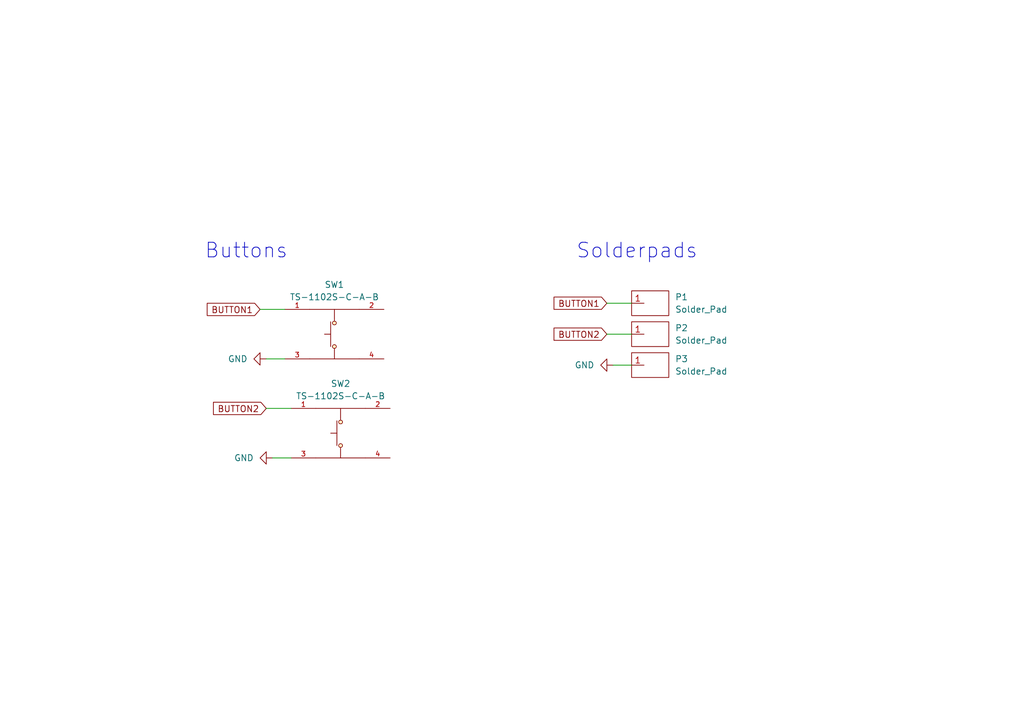
<source format=kicad_sch>
(kicad_sch (version 20211123) (generator eeschema)
  (paper "A5")
  (lib_symbols
    (symbol "MyParts:Solder_Pad"
      (property "Reference" "P" (at 0 3.81 0))
      (property "Value" "Solder_Pad" (at 0 -2.54 0))
      (symbol "Solder_Pad_0_1"
        (rectangle (start 0 2.54) (end 7.62 -2.54) (stroke (width 0.1524)))
      )
      (symbol "Solder_Pad_1_1"
        (pin bidirectional line (at 0 0 0) (length 2.54) (name "") (number "1"))
      )
    )
    (symbol "MyParts:TS-1102S-C-A-B" (pin_names hide)
      (property "Reference" "SW" (at 0 11.43 0))
      (property "Value" "TS-1102S-C-A-B" (at 0 8.89 0))
      (symbol "TS-1102S-C-A-B_0_0"
        (circle (center 0 -2.54) (radius 0.381) (fill (type background)))
        (polyline (pts (xy -5.08 -5.08) (xy 5.08 -5.08)))
        (polyline (pts (xy -5.08 5.08) (xy 5.08 5.08)))
        (polyline (pts (xy -2.032 0) (xy -0.762 0)))
        (polyline (pts (xy -0.762 2.54) (xy -0.762 -2.54)))
        (polyline (pts (xy 0 -5.08) (xy 0 -3.048)))
        (polyline (pts (xy 0 5.08) (xy 0 2.794)))
        (circle (center 0 2.286) (radius 0.381) (fill (type background)))
        (pin unspecified line (at -10.16 5.08 0) (length 5.08) (name "1") (number "1"))
        (pin unspecified line (at 10.16 5.08 180) (length 5.08) (name "2") (number "2"))
        (pin unspecified line (at -10.16 -5.08 0) (length 5.08) (name "3") (number "3"))
        (pin unspecified line (at 10.16 -5.08 180) (length 5.08) (name "4") (number "4"))
      )
    )
    (symbol "power:GND" (power) (pin_names (offset 0))
      (property "Value" "GND" (at 0 -3.81 0))
      (symbol "GND_0_1"
        (polyline (pts (xy 0 0) (xy 0 -1.27) (xy 1.27 -1.27) (xy 0 -2.54) (xy -1.27 -1.27) (xy 0 -1.27)))
      )
      (symbol "GND_1_1"
        (pin power_in line (at 0 0 270) (length 0) hide (name "GND") (number "1"))
      )
    )
  )
  (wire (pts (xy 125.73 74.93) (xy 129.54 74.93)))
  (wire (pts (xy 124.46 62.23) (xy 129.54 62.23)))
  (wire (pts (xy 54.61 73.66) (xy 58.42 73.66)))
  (wire (pts (xy 53.34 63.5) (xy 58.42 63.5)))
  (wire (pts (xy 54.61 83.82) (xy 59.69 83.82)))
  (wire (pts (xy 55.88 93.98) (xy 59.69 93.98)))
  (wire (pts (xy 124.46 68.58) (xy 129.54 68.58)))
  (text "Solderpads" (at 118.11 53.34 0) (effects (font (size 3 3)) (justify left bottom)))
  (text "Buttons" (at 41.91 53.34 0) (effects (font (size 3 3)) (justify left bottom)))
  (global_label "BUTTON2" (shape input) (at 124.46 68.58 180) (property "Intersheet References" "${INTERSHEET_REFS}" (effects hide)))
  (global_label "BUTTON1" (shape input) (at 53.34 63.5 180) (property "Intersheet References" "${INTERSHEET_REFS}" (effects hide)))
  (global_label "BUTTON1" (shape input) (at 124.46 62.23 180) (property "Intersheet References" "${INTERSHEET_REFS}" (effects hide)))
  (global_label "BUTTON2" (shape input) (at 54.61 83.82 180) (property "Intersheet References" "${INTERSHEET_REFS}" (effects hide)))
  (symbol (lib_id "MyParts:TS-1102S-C-A-B") (at 69.85 88.9 0) (unit 1)
    (property "Reference" "SW2" (at 69.85 78.74 0))
    (property "Value" "TS-1102S-C-A-B" (at 69.85 81.28 0))
    (property "Footprint" "footprint:KEY-SMD_4P-L6.0-W6.0-P4.50-LS8.6" (effects hide))
    (property "Datasheet" "https://item.szlcsc.com/353280.html" (effects hide))
    (property "LCSC #" "C381038" (effects hide))
  )
  (symbol (lib_id "power:GND") (at 55.88 93.98 270) (unit 1)
    (property "Reference" "#PWR0103" (effects hide))
    (property "Value" "GND" (at 52.07 93.9799 90) (effects (justify right)))
  )
  (symbol (lib_id "MyParts:TS-1102S-C-A-B") (at 68.58 68.58 0) (unit 1)
    (property "Reference" "SW1" (at 68.58 58.42 0))
    (property "Value" "TS-1102S-C-A-B" (at 68.58 60.96 0))
    (property "Footprint" "footprint:KEY-SMD_4P-L6.0-W6.0-P4.50-LS8.6" (effects hide))
    (property "Datasheet" "https://item.szlcsc.com/353280.html" (effects hide))
    (property "LCSC #" "C381038" (effects hide))
  )
  (symbol (lib_id "MyParts:Solder_Pad") (at 129.54 68.58 0) (unit 1)
    (property "Reference" "P2" (at 138.43 67.3099 0) (effects (justify left)))
    (property "Value" "Solder_Pad" (at 138.43 69.8499 0) (effects (justify left)))
    (property "Footprint" "footprint:Solder pad" (effects hide))
  )
  (symbol (lib_id "power:GND") (at 54.61 73.66 270) (unit 1)
    (property "Reference" "#PWR0102" (effects hide))
    (property "Value" "GND" (at 50.8 73.6599 90) (effects (justify right)))
  )
  (symbol (lib_id "MyParts:Solder_Pad") (at 129.54 74.93 0) (unit 1)
    (property "Reference" "P3" (at 138.43 73.6599 0) (effects (justify left)))
    (property "Value" "Solder_Pad" (at 138.43 76.1999 0) (effects (justify left)))
    (property "Footprint" "footprint:Solder pad" (effects hide))
  )
  (symbol (lib_id "power:GND") (at 125.73 74.93 270) (unit 1)
    (property "Reference" "#PWR0101" (effects hide))
    (property "Value" "GND" (at 121.92 74.9299 90) (effects (justify right)))
  )
  (symbol (lib_id "MyParts:Solder_Pad") (at 129.54 62.23 0) (unit 1)
    (property "Reference" "P1" (at 138.43 60.9599 0) (effects (justify left)))
    (property "Value" "Solder_Pad" (at 138.43 63.4999 0) (effects (justify left)))
    (property "Footprint" "footprint:Solder pad" (effects hide))
  )
)
</source>
